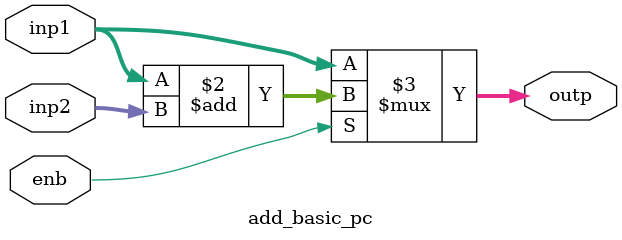
<source format=v>
`timescale 1ns / 1ps
module add_basic_pc(input [31:0]inp1, input [31:0] inp2, input enb, output [31:0] outp
    );
assign outp = (enb==1) ? inp1+inp2: inp1;

endmodule

</source>
